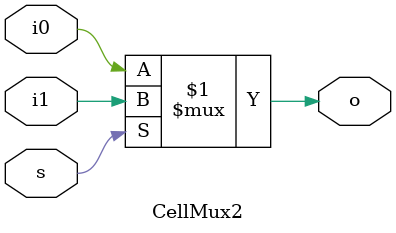
<source format=sv>

`default_nettype none
`timescale 1ps/1fs

module CellMux2 (
    input  wire logic   i0,
    input  wire logic   i1,
    input  wire logic   s,
    output wire logic   o
);

`ifdef RACYICS
    ri_common_mux2 mux2 (
        .I0(i0),
        .I1(i1),
        .S(s),
        .Z(o)
    );
`else
    assign o = s ? i1 : i0;
`endif

endmodule
</source>
